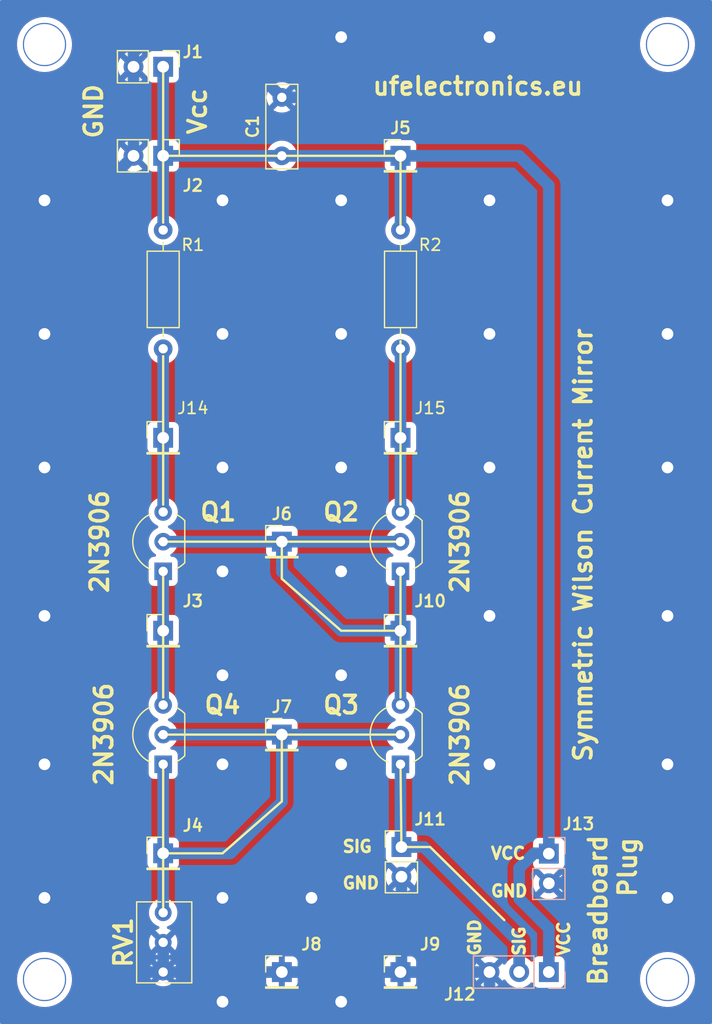
<source format=kicad_pcb>
(kicad_pcb (version 20241229) (generator "pcbnew") (generator_version "9.0")
  (layers (0 "F.Cu" signal) (2 "B.Cu" signal) (13 "F.Paste" user) (15 "B.Paste" user) (5 "F.SilkS" user "F.Silkscreen") (7 "B.SilkS" user "B.Silkscreen") (1 "F.Mask" user) (3 "B.Mask" user) (25 "Edge.Cuts" user))
  (net 0 "")
  (net 1 "Gnd")
  (net 2 "Net-(J4-Pin_1)")
  (net 3 "Net-(J3-Pin_1)")
  (net 4 "Net-(J10-Pin_1)")
  (net 5 "Vout")
  (net 6 "Net-(J1-Pin_1)")
  (net 7 "Net-(J14-Pin_1)")
  (net 8 "Net-(J15-Pin_1)")
  (footprint "Package_TO_SOT_THT:TO-92_Inline_Wide" (layer "F.Cu") (at 160.02 135.255 90)
    (property "Reference" "Q3" (at 5.08 -5.08 0) (layer "F.SilkS") (effects (font (size 1.5 1.5) (thickness 0.3))))
    (property "Value" "2N3906" (at 2.54 5.08 90) (layer "F.SilkS") (effects (font (size 1.5 1.5) (thickness 0.3))))
    (fp_line (start 0.74 1.85) (end 4.34 1.85) (stroke (width 0.12)) (layer "F.SilkS"))
    (fp_arc (start 2.54 -2.6) (mid 3.936979 -2.192818) (end 4.8964 -1.098807) (stroke (width 0.12)) (layer "F.SilkS"))
    (fp_arc (start 0.1836 -1.098807) (mid 1.143021 -2.192817) (end 2.54 -2.6) (stroke (width 0.12)) (layer "F.SilkS"))
    (fp_arc (start 4.864184 1.122795) (mid 4.633903 1.509328) (end 4.34 1.85) (stroke (width 0.12)) (layer "F.SilkS"))
    (fp_arc (start 0.74 1.85) (mid 0.446097 1.509328) (end 0.215816 1.122795) (stroke (width 0.12)) (layer "F.SilkS"))
    (pad "1" thru_hole rect (at 0 0 90) (size 1.5 1.5) (drill 0.8) (layers "*.Cu" "*.Mask") (net 5 "Vout"))
    (pad "2" thru_hole circle (at 2.54 0 90) (size 1.5 1.5) (drill 0.8) (layers "*.Cu" "*.Mask") (net 2 "Net-(J4-Pin_1)"))
    (pad "3" thru_hole circle (at 5.08 0 90) (size 1.5 1.5) (drill 0.8) (layers "*.Cu" "*.Mask") (net 4 "Net-(J10-Pin_1)"))
  )
  (footprint "MountingHole:MountingHole_3.5mm" (layer "F.Cu") (at 129.54 153.67)
    (property "Reference" "REF**" (hide yes))
    (property "Value" "MountingHole_3.5mm" (hide yes))
    (pad "" np_thru_hole circle (at 0 0) (size 3.5 3.5) (drill 3.5) (layers "*.Cu" "*.Mask"))
  )
  (footprint "Connector_PinHeader_2.54mm:PinHeader_1x02_P2.54mm_Vertical" (layer "F.Cu") (at 160.1 142.335)
    (property "Reference" "J11" (at 2.46 -2.38 0) (layer "F.SilkS") (effects (font (thickness 0.2) (bold yes))))
    (property "Value" "Conn_01x02_Pin" (hide yes))
    (fp_line (start -1.38 -1.38) (end 0 -1.38) (stroke (width 0.12)) (layer "F.SilkS"))
    (fp_line (start -1.38 0) (end -1.38 -1.38) (stroke (width 0.12)) (layer "F.SilkS"))
    (fp_line (start -1.38 1.27) (end -1.38 3.92) (stroke (width 0.12)) (layer "F.SilkS"))
    (fp_line (start -1.38 1.27) (end 1.38 1.27) (stroke (width 0.12)) (layer "F.SilkS"))
    (fp_line (start -1.38 3.92) (end 1.38 3.92) (stroke (width 0.12)) (layer "F.SilkS"))
    (fp_line (start 1.38 1.27) (end 1.38 3.92) (stroke (width 0.12)) (layer "F.SilkS"))
    (pad "1" thru_hole rect (at 0 0) (size 1.7 1.7) (drill 1) (layers "*.Cu" "*.Mask") (net 5 "Vout"))
    (pad "2" thru_hole circle (at 0 2.54) (size 1.7 1.7) (drill 1) (layers "*.Cu" "*.Mask") (net 1 "Gnd"))
  )
  (footprint "MountingHole:MountingHole_3.5mm" (layer "F.Cu") (at 129.54 73.66)
    (property "Reference" "REF**" (hide yes))
    (property "Value" "MountingHole_3.5mm" (hide yes))
    (pad "" np_thru_hole circle (at 0 0) (size 3.5 3.5) (drill 3.5) (layers "*.Cu" "*.Mask"))
  )
  (footprint "Resistor_THT:R_Axial_DIN0207_L6.3mm_D2.5mm_P10.16mm_Horizontal" (layer "F.Cu") (at 139.7 89.535 -90)
    (property "Reference" "R1" (at 1.27 -2.54 0) (layer "F.SilkS"))
    (property "Value" "18.2")
    (fp_line (start 1.04 0) (end 1.81 0) (stroke (width 0.12)) (layer "F.SilkS"))
    (fp_line (start 9.12 0) (end 8.35 0) (stroke (width 0.12)) (layer "F.SilkS"))
    (fp_rect (start 1.81 -1.37) (end 8.35 1.37) (stroke (width 0.12)) (fill no) (layer "F.SilkS"))
    (pad "1" thru_hole circle (at 0 0 270) (size 1.6 1.6) (drill 0.8) (layers "*.Cu" "*.Mask") (net 6 "Net-(J1-Pin_1)"))
    (pad "2" thru_hole circle (at 10.16 0 270) (size 1.6 1.6) (drill 0.8) (layers "*.Cu" "*.Mask") (net 7 "Net-(J14-Pin_1)"))
  )
  (footprint "Package_TO_SOT_THT:TO-92_Inline_Wide" (layer "F.Cu") (at 160.02 118.745 90)
    (property "Reference" "Q2" (at 5.08 -5.08 0) (layer "F.SilkS") (effects (font (size 1.5 1.5) (thickness 0.3))))
    (property "Value" "2N3906" (at 2.54 5.08 90) (layer "F.SilkS") (effects (font (size 1.5 1.5) (thickness 0.3) (bold yes))))
    (fp_line (start 0.74 1.85) (end 4.34 1.85) (stroke (width 0.12)) (layer "F.SilkS"))
    (fp_arc (start 2.54 -2.6) (mid 3.936979 -2.192818) (end 4.8964 -1.098807) (stroke (width 0.12)) (layer "F.SilkS"))
    (fp_arc (start 0.1836 -1.098807) (mid 1.143021 -2.192817) (end 2.54 -2.6) (stroke (width 0.12)) (layer "F.SilkS"))
    (fp_arc (start 4.864184 1.122795) (mid 4.633903 1.509328) (end 4.34 1.85) (stroke (width 0.12)) (layer "F.SilkS"))
    (fp_arc (start 0.74 1.85) (mid 0.446097 1.509328) (end 0.215816 1.122795) (stroke (width 0.12)) (layer "F.SilkS"))
    (pad "1" thru_hole rect (at 0 0 90) (size 1.5 1.5) (drill 0.8) (layers "*.Cu" "*.Mask") (net 4 "Net-(J10-Pin_1)"))
    (pad "2" thru_hole circle (at 2.54 0 90) (size 1.5 1.5) (drill 0.8) (layers "*.Cu" "*.Mask") (net 4 "Net-(J10-Pin_1)"))
    (pad "3" thru_hole circle (at 5.08 0 90) (size 1.5 1.5) (drill 0.8) (layers "*.Cu" "*.Mask") (net 8 "Net-(J15-Pin_1)"))
  )
  (footprint "Connector_PinHeader_2.54mm:PinHeader_1x01_P2.54mm_Vertical" (layer "F.Cu") (at 160.02 107.315)
    (property "Reference" "J15" (at 2.54 -2.54 0) (layer "F.SilkS"))
    (property "Value" "Conn_01x01_Pin" (hide yes))
    (fp_line (start -1.38 -1.38) (end 0 -1.38) (stroke (width 0.12)) (layer "F.SilkS"))
    (fp_line (start -1.38 0) (end -1.38 -1.38) (stroke (width 0.12)) (layer "F.SilkS"))
    (fp_line (start -1.38 1.27) (end -1.38 1.38) (stroke (width 0.12)) (layer "F.SilkS"))
    (fp_line (start -1.38 1.27) (end 1.38 1.27) (stroke (width 0.12)) (layer "F.SilkS"))
    (fp_line (start -1.38 1.38) (end 1.38 1.38) (stroke (width 0.12)) (layer "F.SilkS"))
    (fp_line (start 1.38 1.27) (end 1.38 1.38) (stroke (width 0.12)) (layer "F.SilkS"))
    (pad "1" thru_hole rect (at 0 0) (size 1.7 1.7) (drill 1) (layers "*.Cu" "*.Mask") (net 8 "Net-(J15-Pin_1)"))
  )
  (footprint "Capacitor_THT:C_Disc_D7.0mm_W2.5mm_P5.00mm" (layer "F.Cu") (at 149.86 83.185 90)
    (property "Reference" "C1" (at 2.5 -2.5 90) (layer "F.SilkS") (effects (font (thickness 0.2) (bold yes))))
    (property "Value" "1uF")
    (fp_line (start 6.12 -1.37) (end 6.12 1.37) (stroke (width 0.12)) (layer "F.SilkS"))
    (fp_line (start -1.12 -1.37) (end 6.12 -1.37) (stroke (width 0.12)) (layer "F.SilkS"))
    (fp_line (start 6.12 1.37) (end -1.12 1.37) (stroke (width 0.12)) (layer "F.SilkS"))
    (fp_line (start -1.12 1.37) (end -1.12 -1.37) (stroke (width 0.12)) (layer "F.SilkS"))
    (pad "1" thru_hole circle (at 0 0 90) (size 1.6 1.6) (drill 0.8) (layers "*.Cu" "*.Mask") (net 6 "Net-(J1-Pin_1)"))
    (pad "2" thru_hole circle (at 5 0 90) (size 1.6 1.6) (drill 0.8) (layers "*.Cu" "*.Mask") (net 1 "Gnd"))
  )
  (footprint "Potentiometer_THT:Potentiometer_Bourns_3266Y_Vertical" (layer "F.Cu") (at 139.7 147.955 90)
    (property "Reference" "RV1" (at -2.54 -3.41 90) (layer "F.SilkS") (effects (font (size 1.5 1.5) (thickness 0.3) (bold yes))))
    (property "Value" "10k")
    (fp_line (start 0.925 -2.27) (end 0.925 -0.217) (stroke (width 0.12)) (layer "F.SilkS"))
    (fp_line (start -6.005 -2.27) (end 0.925 -2.27) (stroke (width 0.12)) (layer "F.SilkS"))
    (fp_line (start -6.005 -0.217) (end -6.005 -2.27) (stroke (width 0.12)) (layer "F.SilkS"))
    (fp_line (start 0.925 0.217) (end 0.925 2.45) (stroke (width 0.12)) (layer "F.SilkS"))
    (fp_line (start 0.925 2.45) (end -6.005 2.45) (stroke (width 0.12)) (layer "F.SilkS"))
    (fp_line (start -6.005 2.45) (end -6.005 0.217) (stroke (width 0.12)) (layer "F.SilkS"))
    (pad "1" thru_hole circle (at 0 0 90) (size 1.44 1.44) (drill 0.8) (layers "*.Cu" "*.Mask") (net 2 "Net-(J4-Pin_1)"))
    (pad "2" thru_hole circle (at -2.54 0 90) (size 1.44 1.44) (drill 0.8) (layers "*.Cu" "*.Mask") (net 1 "Gnd"))
    (pad "3" thru_hole circle (at -5.08 0 90) (size 1.44 1.44) (drill 0.8) (layers "*.Cu" "*.Mask") (net 1 "Gnd"))
  )
  (footprint "Connector_PinHeader_2.54mm:PinHeader_1x01_P2.54mm_Vertical" (layer "F.Cu") (at 139.7 107.315)
    (property "Reference" "J14" (at 2.54 -2.54 0) (layer "F.SilkS"))
    (property "Value" "Conn_01x01_Pin" (hide yes))
    (fp_line (start -1.38 -1.38) (end 0 -1.38) (stroke (width 0.12)) (layer "F.SilkS"))
    (fp_line (start -1.38 0) (end -1.38 -1.38) (stroke (width 0.12)) (layer "F.SilkS"))
    (fp_line (start -1.38 1.27) (end -1.38 1.38) (stroke (width 0.12)) (layer "F.SilkS"))
    (fp_line (start -1.38 1.27) (end 1.38 1.27) (stroke (width 0.12)) (layer "F.SilkS"))
    (fp_line (start -1.38 1.38) (end 1.38 1.38) (stroke (width 0.12)) (layer "F.SilkS"))
    (fp_line (start 1.38 1.27) (end 1.38 1.38) (stroke (width 0.12)) (layer "F.SilkS"))
    (pad "1" thru_hole rect (at 0 0) (size 1.7 1.7) (drill 1) (layers "*.Cu" "*.Mask") (net 7 "Net-(J14-Pin_1)"))
  )
  (footprint "Connector_PinHeader_2.54mm:PinHeader_1x01_P2.54mm_Vertical" (layer "F.Cu") (at 160.02 83.185)
    (property "Reference" "J5" (at 0 -2.38 0) (layer "F.SilkS") (effects (font (thickness 0.2) (bold yes))))
    (property "Value" "Conn_01x01_Pin" (hide yes))
    (fp_line (start -1.38 -1.38) (end 0 -1.38) (stroke (width 0.12)) (layer "F.SilkS"))
    (fp_line (start -1.38 0) (end -1.38 -1.38) (stroke (width 0.12)) (layer "F.SilkS"))
    (fp_line (start -1.38 1.27) (end -1.38 1.38) (stroke (width 0.12)) (layer "F.SilkS"))
    (fp_line (start -1.38 1.27) (end 1.38 1.27) (stroke (width 0.12)) (layer "F.SilkS"))
    (fp_line (start -1.38 1.38) (end 1.38 1.38) (stroke (width 0.12)) (layer "F.SilkS"))
    (fp_line (start 1.38 1.27) (end 1.38 1.38) (stroke (width 0.12)) (layer "F.SilkS"))
    (pad "1" thru_hole rect (at 0 0) (size 1.7 1.7) (drill 1) (layers "*.Cu" "*.Mask") (net 6 "Net-(J1-Pin_1)"))
  )
  (footprint "Package_TO_SOT_THT:TO-92_Inline_Wide" (layer "F.Cu") (at 139.7 118.745 90)
    (property "Reference" "Q1" (at 5.08 4.715 0) (layer "F.SilkS") (effects (font (size 1.5 1.5) (thickness 0.3))))
    (property "Value" "2N3906" (at 2.54 -5.445 90) (layer "F.SilkS") (effects (font (size 1.5 1.5) (thickness 0.3))))
    (fp_line (start 0.74 1.85) (end 4.34 1.85) (stroke (width 0.12)) (layer "F.SilkS"))
    (fp_arc (start 2.54 -2.6) (mid 3.936979 -2.192818) (end 4.8964 -1.098807) (stroke (width 0.12)) (layer "F.SilkS"))
    (fp_arc (start 0.1836 -1.098807) (mid 1.143021 -2.192817) (end 2.54 -2.6) (stroke (width 0.12)) (layer "F.SilkS"))
    (fp_arc (start 4.864184 1.122795) (mid 4.633903 1.509328) (end 4.34 1.85) (stroke (width 0.12)) (layer "F.SilkS"))
    (fp_arc (start 0.74 1.85) (mid 0.446097 1.509328) (end 0.215816 1.122795) (stroke (width 0.12)) (layer "F.SilkS"))
    (pad "1" thru_hole rect (at 0 0 90) (size 1.5 1.5) (drill 0.8) (layers "*.Cu" "*.Mask") (net 3 "Net-(J3-Pin_1)"))
    (pad "2" thru_hole circle (at 2.54 0 90) (size 1.5 1.5) (drill 0.8) (layers "*.Cu" "*.Mask") (net 4 "Net-(J10-Pin_1)"))
    (pad "3" thru_hole circle (at 5.08 0 90) (size 1.5 1.5) (drill 0.8) (layers "*.Cu" "*.Mask") (net 7 "Net-(J14-Pin_1)"))
  )
  (footprint "MountingHole:MountingHole_3.5mm" (layer "F.Cu") (at 182.88 153.67)
    (property "Reference" "REF**" (hide yes))
    (property "Value" "MountingHole_3.5mm" (hide yes))
    (pad "" np_thru_hole circle (at 0 0) (size 3.5 3.5) (drill 3.5) (layers "*.Cu" "*.Mask"))
  )
  (footprint "Connector_PinHeader_2.54mm:PinHeader_1x01_P2.54mm_Vertical" (layer "F.Cu") (at 160.02 123.825)
    (property "Reference" "J10" (at 2.54 -2.54 0) (layer "F.SilkS") (effects (font (thickness 0.2) (bold yes))))
    (property "Value" "Conn_01x01_Pin" (hide yes))
    (fp_line (start -1.38 -1.38) (end 0 -1.38) (stroke (width 0.12)) (layer "F.SilkS"))
    (fp_line (start -1.38 0) (end -1.38 -1.38) (stroke (width 0.12)) (layer "F.SilkS"))
    (fp_line (start -1.38 1.27) (end -1.38 1.38) (stroke (width 0.12)) (layer "F.SilkS"))
    (fp_line (start -1.38 1.27) (end 1.38 1.27) (stroke (width 0.12)) (layer "F.SilkS"))
    (fp_line (start -1.38 1.38) (end 1.38 1.38) (stroke (width 0.12)) (layer "F.SilkS"))
    (fp_line (start 1.38 1.27) (end 1.38 1.38) (stroke (width 0.12)) (layer "F.SilkS"))
    (pad "1" thru_hole rect (at 0 0) (size 1.7 1.7) (drill 1) (layers "*.Cu" "*.Mask") (net 4 "Net-(J10-Pin_1)"))
  )
  (footprint "Connector_PinHeader_2.54mm:PinHeader_1x01_P2.54mm_Vertical" (layer "F.Cu") (at 149.86 153.035)
    (property "Reference" "J8" (at 2.54 -2.38 0) (layer "F.SilkS") (effects (font (thickness 0.2) (bold yes))))
    (property "Value" "Conn_01x01_Pin" (hide yes))
    (fp_line (start -1.38 -1.38) (end 0 -1.38) (stroke (width 0.12)) (layer "F.SilkS"))
    (fp_line (start -1.38 0) (end -1.38 -1.38) (stroke (width 0.12)) (layer "F.SilkS"))
    (fp_line (start -1.38 1.27) (end -1.38 1.38) (stroke (width 0.12)) (layer "F.SilkS"))
    (fp_line (start -1.38 1.27) (end 1.38 1.27) (stroke (width 0.12)) (layer "F.SilkS"))
    (fp_line (start -1.38 1.38) (end 1.38 1.38) (stroke (width 0.12)) (layer "F.SilkS"))
    (fp_line (start 1.38 1.27) (end 1.38 1.38) (stroke (width 0.12)) (layer "F.SilkS"))
    (pad "1" thru_hole rect (at 0 0) (size 1.7 1.7) (drill 1) (layers "*.Cu" "*.Mask") (net 1 "Gnd"))
  )
  (footprint "Connector_PinHeader_2.54mm:PinHeader_1x01_P2.54mm_Vertical" (layer "F.Cu") (at 149.86 116.205)
    (property "Reference" "J6" (at 0 -2.38 0) (layer "F.SilkS") (effects (font (thickness 0.2) (bold yes))))
    (property "Value" "Conn_01x01_Pin" (hide yes))
    (fp_line (start -1.38 -1.38) (end 0 -1.38) (stroke (width 0.12)) (layer "F.SilkS"))
    (fp_line (start -1.38 0) (end -1.38 -1.38) (stroke (width 0.12)) (layer "F.SilkS"))
    (fp_line (start -1.38 1.27) (end -1.38 1.38) (stroke (width 0.12)) (layer "F.SilkS"))
    (fp_line (start -1.38 1.27) (end 1.38 1.27) (stroke (width 0.12)) (layer "F.SilkS"))
    (fp_line (start -1.38 1.38) (end 1.38 1.38) (stroke (width 0.12)) (layer "F.SilkS"))
    (fp_line (start 1.38 1.27) (end 1.38 1.38) (stroke (width 0.12)) (layer "F.SilkS"))
    (pad "1" thru_hole rect (at 0 0) (size 1.7 1.7) (drill 1) (layers "*.Cu" "*.Mask") (net 4 "Net-(J10-Pin_1)"))
  )
  (footprint "Connector_PinHeader_2.54mm:PinHeader_1x01_P2.54mm_Vertical" (layer "F.Cu") (at 139.7 123.825)
    (property "Reference" "J3" (at 2.54 -2.54 0) (layer "F.SilkS") (effects (font (thickness 0.2) (bold yes))))
    (property "Value" "Conn_01x01_Pin" (hide yes))
    (fp_line (start -1.38 -1.38) (end 0 -1.38) (stroke (width 0.12)) (layer "F.SilkS"))
    (fp_line (start -1.38 0) (end -1.38 -1.38) (stroke (width 0.12)) (layer "F.SilkS"))
    (fp_line (start -1.38 1.27) (end -1.38 1.38) (stroke (width 0.12)) (layer "F.SilkS"))
    (fp_line (start -1.38 1.27) (end 1.38 1.27) (stroke (width 0.12)) (layer "F.SilkS"))
    (fp_line (start -1.38 1.38) (end 1.38 1.38) (stroke (width 0.12)) (layer "F.SilkS"))
    (fp_line (start 1.38 1.27) (end 1.38 1.38) (stroke (width 0.12)) (layer "F.SilkS"))
    (pad "1" thru_hole rect (at 0 0) (size 1.7 1.7) (drill 1) (layers "*.Cu" "*.Mask") (net 3 "Net-(J3-Pin_1)"))
  )
  (footprint "Connector_PinHeader_2.54mm:PinHeader_1x01_P2.54mm_Vertical" (layer "F.Cu") (at 139.7 142.875)
    (property "Reference" "J4" (at 2.54 -2.38 0) (layer "F.SilkS") (effects (font (thickness 0.2) (bold yes))))
    (property "Value" "Conn_01x01_Pin" (hide yes))
    (fp_line (start -1.38 -1.38) (end 0 -1.38) (stroke (width 0.12)) (layer "F.SilkS"))
    (fp_line (start -1.38 0) (end -1.38 -1.38) (stroke (width 0.12)) (layer "F.SilkS"))
    (fp_line (start -1.38 1.27) (end -1.38 1.38) (stroke (width 0.12)) (layer "F.SilkS"))
    (fp_line (start -1.38 1.27) (end 1.38 1.27) (stroke (width 0.12)) (layer "F.SilkS"))
    (fp_line (start -1.38 1.38) (end 1.38 1.38) (stroke (width 0.12)) (layer "F.SilkS"))
    (fp_line (start 1.38 1.27) (end 1.38 1.38) (stroke (width 0.12)) (layer "F.SilkS"))
    (pad "1" thru_hole rect (at 0 0) (size 1.7 1.7) (drill 1) (layers "*.Cu" "*.Mask") (net 2 "Net-(J4-Pin_1)"))
  )
  (footprint "Resistor_THT:R_Axial_DIN0207_L6.3mm_D2.5mm_P10.16mm_Horizontal" (layer "F.Cu") (at 160.02 89.535 -90)
    (property "Reference" "R2" (at 1.27 -2.54 0) (layer "F.SilkS"))
    (property "Value" "18.2")
    (fp_line (start 1.04 0) (end 1.81 0) (stroke (width 0.12)) (layer "F.SilkS"))
    (fp_line (start 9.12 0) (end 8.35 0) (stroke (width 0.12)) (layer "F.SilkS"))
    (fp_rect (start 1.81 -1.37) (end 8.35 1.37) (stroke (width 0.12)) (fill no) (layer "F.SilkS"))
    (pad "1" thru_hole circle (at 0 0 270) (size 1.6 1.6) (drill 0.8) (layers "*.Cu" "*.Mask") (net 6 "Net-(J1-Pin_1)"))
    (pad "2" thru_hole circle (at 10.16 0 270) (size 1.6 1.6) (drill 0.8) (layers "*.Cu" "*.Mask") (net 8 "Net-(J15-Pin_1)"))
  )
  (footprint "MountingHole:MountingHole_3.5mm" (layer "F.Cu") (at 182.88 73.66)
    (property "Reference" "REF**" (hide yes))
    (property "Value" "MountingHole_3.5mm" (hide yes))
    (pad "" np_thru_hole circle (at 0 0) (size 3.5 3.5) (drill 3.5) (layers "*.Cu" "*.Mask"))
  )
  (footprint "Connector_PinHeader_2.54mm:PinHeader_1x01_P2.54mm_Vertical" (layer "F.Cu") (at 160.02 153.035)
    (property "Reference" "J9" (at 2.54 -2.38 0) (layer "F.SilkS") (effects (font (thickness 0.2) (bold yes))))
    (property "Value" "Conn_01x01_Pin" (hide yes))
    (fp_line (start -1.38 -1.38) (end 0 -1.38) (stroke (width 0.12)) (layer "F.SilkS"))
    (fp_line (start -1.38 0) (end -1.38 -1.38) (stroke (width 0.12)) (layer "F.SilkS"))
    (fp_line (start -1.38 1.27) (end -1.38 1.38) (stroke (width 0.12)) (layer "F.SilkS"))
    (fp_line (start -1.38 1.27) (end 1.38 1.27) (stroke (width 0.12)) (layer "F.SilkS"))
    (fp_line (start -1.38 1.38) (end 1.38 1.38) (stroke (width 0.12)) (layer "F.SilkS"))
    (fp_line (start 1.38 1.27) (end 1.38 1.38) (stroke (width 0.12)) (layer "F.SilkS"))
    (pad "1" thru_hole rect (at 0 0) (size 1.7 1.7) (drill 1) (layers "*.Cu" "*.Mask") (net 1 "Gnd"))
  )
  (footprint "Package_TO_SOT_THT:TO-92_Inline_Wide" (layer "F.Cu") (at 139.7 135.255 90)
    (property "Reference" "Q4" (at 5.08 5.08 0) (layer "F.SilkS") (effects (font (size 1.5 1.5) (thickness 0.3))))
    (property "Value" "2N3906" (at 2.575 -5.08 90) (layer "F.SilkS") (effects (font (size 1.5 1.5) (thickness 0.3))))
    (fp_line (start 0.74 1.85) (end 4.34 1.85) (stroke (width 0.12)) (layer "F.SilkS"))
    (fp_arc (start 2.54 -2.6) (mid 3.936979 -2.192818) (end 4.8964 -1.098807) (stroke (width 0.12)) (layer "F.SilkS"))
    (fp_arc (start 0.1836 -1.098807) (mid 1.143021 -2.192817) (end 2.54 -2.6) (stroke (width 0.12)) (layer "F.SilkS"))
    (fp_arc (start 4.864184 1.122795) (mid 4.633903 1.509328) (end 4.34 1.85) (stroke (width 0.12)) (layer "F.SilkS"))
    (fp_arc (start 0.74 1.85) (mid 0.446097 1.509328) (end 0.215816 1.122795) (stroke (width 0.12)) (layer "F.SilkS"))
    (pad "1" thru_hole rect (at 0 0 90) (size 1.5 1.5) (drill 0.8) (layers "*.Cu" "*.Mask") (net 2 "Net-(J4-Pin_1)"))
    (pad "2" thru_hole circle (at 2.54 0 90) (size 1.5 1.5) (drill 0.8) (layers "*.Cu" "*.Mask") (net 2 "Net-(J4-Pin_1)"))
    (pad "3" thru_hole circle (at 5.08 0 90) (size 1.5 1.5) (drill 0.8) (layers "*.Cu" "*.Mask") (net 3 "Net-(J3-Pin_1)"))
  )
  (footprint "Connector_PinHeader_2.54mm:PinHeader_1x01_P2.54mm_Vertical" (layer "F.Cu") (at 149.86 132.715)
    (property "Reference" "J7" (at 0 -2.38 0) (layer "F.SilkS") (effects (font (thickness 0.2) (bold yes))))
    (property "Value" "Conn_01x01_Pin" (hide yes))
    (fp_line (start -1.38 -1.38) (end 0 -1.38) (stroke (width 0.12)) (layer "F.SilkS"))
    (fp_line (start -1.38 0) (end -1.38 -1.38) (stroke (width 0.12)) (layer "F.SilkS"))
    (fp_line (start -1.38 1.27) (end -1.38 1.38) (stroke (width 0.12)) (layer "F.SilkS"))
    (fp_line (start -1.38 1.27) (end 1.38 1.27) (stroke (width 0.12)) (layer "F.SilkS"))
    (fp_line (start -1.38 1.38) (end 1.38 1.38) (stroke (width 0.12)) (layer "F.SilkS"))
    (fp_line (start 1.38 1.27) (end 1.38 1.38) (stroke (width 0.12)) (layer "F.SilkS"))
    (pad "1" thru_hole rect (at 0 0) (size 1.7 1.7) (drill 1) (layers "*.Cu" "*.Mask") (net 2 "Net-(J4-Pin_1)"))
  )
  (footprint "Connector_PinHeader_2.54mm:PinHeader_1x02_P2.54mm_Vertical" (layer "F.Cu") (at 139.7 75.565 -90)
    (property "Reference" "J1" (at -1.27 -2.54 0) (layer "F.SilkS") (effects (font (thickness 0.2) (bold yes))))
    (property "Value" "Conn_01x02_Pin" (hide yes))
    (fp_line (start -1.38 3.92) (end 1.38 3.92) (stroke (width 0.12)) (layer "F.SilkS"))
    (fp_line (start -1.38 1.27) (end -1.38 3.92) (stroke (width 0.12)) (layer "F.SilkS"))
    (fp_line (start -1.38 1.27) (end 1.38 1.27) (stroke (width 0.12)) (layer "F.SilkS"))
    (fp_line (start 1.38 1.27) (end 1.38 3.92) (stroke (width 0.12)) (layer "F.SilkS"))
    (fp_line (start -1.38 0) (end -1.38 -1.38) (stroke (width 0.12)) (layer "F.SilkS"))
    (fp_line (start -1.38 -1.38) (end 0 -1.38) (stroke (width 0.12)) (layer "F.SilkS"))
    (pad "1" thru_hole rect (at 0 0 270) (size 1.7 1.7) (drill 1) (layers "*.Cu" "*.Mask") (net 6 "Net-(J1-Pin_1)"))
    (pad "2" thru_hole circle (at 0 2.54 270) (size 1.7 1.7) (drill 1) (layers "*.Cu" "*.Mask") (net 1 "Gnd"))
  )
  (footprint "Connector_PinHeader_2.54mm:PinHeader_1x02_P2.54mm_Vertical" (layer "F.Cu") (at 139.7 83.185 -90)
    (property "Reference" "J2" (at 2.54 -2.54 0) (layer "F.SilkS") (effects (font (thickness 0.2) (bold yes))))
    (property "Value" "Conn_01x02_Pin" (hide yes))
    (fp_line (start -1.38 3.92) (end 1.38 3.92) (stroke (width 0.12)) (layer "F.SilkS"))
    (fp_line (start -1.38 1.27) (end -1.38 3.92) (stroke (width 0.12)) (layer "F.SilkS"))
    (fp_line (start -1.38 1.27) (end 1.38 1.27) (stroke (width 0.12)) (layer "F.SilkS"))
    (fp_line (start 1.38 1.27) (end 1.38 3.92) (stroke (width 0.12)) (layer "F.SilkS"))
    (fp_line (start -1.38 0) (end -1.38 -1.38) (stroke (width 0.12)) (layer "F.SilkS"))
    (fp_line (start -1.38 -1.38) (end 0 -1.38) (stroke (width 0.12)) (layer "F.SilkS"))
    (pad "1" thru_hole rect (at 0 0 270) (size 1.7 1.7) (drill 1) (layers "*.Cu" "*.Mask") (net 6 "Net-(J1-Pin_1)"))
    (pad "2" thru_hole circle (at 0 2.54 270) (size 1.7 1.7) (drill 1) (layers "*.Cu" "*.Mask") (net 1 "Gnd"))
  )
  (footprint "Connector_PinHeader_2.54mm:PinHeader_1x03_P2.54mm_Vertical" (layer "B.Cu") (at 172.72 153.035 90)
    (property "Reference" "J12" (at -1.905 -7.62 180) (layer "F.SilkS") (effects (font (thickness 0.2) (bold yes))))
    (property "Value" "Conn_01x03_Pin" (hide yes))
    (fp_line (start -1.38 -6.46) (end 1.38 -6.46) (stroke (width 0.12)) (layer "B.SilkS"))
    (fp_line (start 1.38 -1.27) (end 1.38 -6.46) (stroke (width 0.12)) (layer "B.SilkS"))
    (fp_line (start -1.38 -1.27) (end -1.38 -6.46) (stroke (width 0.12)) (layer "B.SilkS"))
    (fp_line (start -1.38 -1.27) (end 1.38 -1.27) (stroke (width 0.12)) (layer "B.SilkS"))
    (fp_line (start -1.38 0) (end -1.38 1.38) (stroke (width 0.12)) (layer "B.SilkS"))
    (fp_line (start -1.38 1.38) (end 0 1.38) (stroke (width 0.12)) (layer "B.SilkS"))
    (pad "1" thru_hole rect (at 0 0 90) (size 1.7 1.7) (drill 1) (layers "*.Cu" "*.Mask") (net 6 "Net-(J1-Pin_1)"))
    (pad "2" thru_hole circle (at 0 -2.54 90) (size 1.7 1.7) (drill 1) (layers "*.Cu" "*.Mask") (net 5 "Vout"))
    (pad "3" thru_hole circle (at 0 -5.08 90) (size 1.7 1.7) (drill 1) (layers "*.Cu" "*.Mask") (net 1 "Gnd"))
  )
  (footprint "Connector_PinHeader_2.54mm:PinHeader_1x02_P2.54mm_Vertical" (layer "B.Cu") (at 172.72 142.9 180)
    (property "Reference" "J13" (at -2.54 2.54 0) (layer "F.SilkS") (effects (font (thickness 0.2) (bold yes))))
    (property "Value" "Conn_01x02_Pin" (hide yes))
    (fp_line (start 1.38 -1.27) (end 1.38 -3.92) (stroke (width 0.12)) (layer "B.SilkS"))
    (fp_line (start -1.38 1.38) (end 0 1.38) (stroke (width 0.12)) (layer "B.SilkS"))
    (fp_line (start -1.38 0) (end -1.38 1.38) (stroke (width 0.12)) (layer "B.SilkS"))
    (fp_line (start -1.38 -1.27) (end 1.38 -1.27) (stroke (width 0.12)) (layer "B.SilkS"))
    (fp_line (start -1.38 -1.27) (end -1.38 -3.92) (stroke (width 0.12)) (layer "B.SilkS"))
    (fp_line (start -1.38 -3.92) (end 1.38 -3.92) (stroke (width 0.12)) (layer "B.SilkS"))
    (pad "1" thru_hole rect (at 0 0 180) (size 1.7 1.7) (drill 1) (layers "*.Cu" "*.Mask") (net 6 "Net-(J1-Pin_1)"))
    (pad "2" thru_hole circle (at 0 -2.54 180) (size 1.7 1.7) (drill 1) (layers "*.Cu" "*.Mask") (net 1 "Gnd"))
  )
  (gr_circle (center 182.88 153.67) (end 184.63 153.67) (stroke (width 0.2)) (fill no) (layer "F.Cu"))
  (gr_line (start 149.86 153.035) (end 160.02 153.035) (stroke (width 0.2)) (layer "F.Cu") (net 1))
  (gr_line (start 139.7 153.035) (end 139.79 150.495) (stroke (width 0.2)) (layer "F.Cu") (net 1))
  (gr_line (start 149.86 153.035) (end 139.7 153.035) (stroke (width 0.2)) (layer "F.Cu") (net 1))
  (gr_line (start 137.16 83.82) (end 137.16 74.93) (stroke (width 0.2)) (layer "F.Cu") (net 1))
  (gr_circle (center 129.54 73.66) (end 131.29 73.66) (stroke (width 0.2)) (fill no) (layer "F.Cu"))
  (gr_circle (center 129.54 153.67) (end 131.29 153.67) (stroke (width 0.2)) (fill no) (layer "F.Cu"))
  (gr_line (start 160.02 153.035) (end 167.64 153.035) (stroke (width 0.2)) (layer "F.Cu") (net 1))
  (gr_circle (center 182.88 73.66) (end 184.63 73.66) (stroke (width 0.2)) (fill no) (layer "F.Cu"))
  (gr_line (start 160.06 144.78) (end 160.06 152.4) (stroke (width 0.2)) (layer "F.Cu") (net 1))
  (gr_circle (center 182.88 73.66) (end 184.63 73.66) (stroke (width 0.2)) (fill no) (layer "B.Cu"))
  (gr_circle (center 182.88 153.67) (end 184.63 153.67) (stroke (width 0.2)) (fill no) (layer "B.Cu"))
  (gr_circle (center 129.54 153.67) (end 131.29 153.67) (stroke (width 0.2)) (fill no) (layer "B.Cu"))
  (gr_circle (center 129.54 73.66) (end 131.29 73.66) (stroke (width 0.2)) (fill no) (layer "B.Cu"))
  (gr_line (start 139.7 142.875) (end 139.7 135.255) (stroke (width 0.2)) (layer "F.SilkS"))
  (gr_line (start 139.7 142.875) (end 144.78 142.875) (stroke (width 0.2)) (layer "F.SilkS"))
  (gr_line (start 160.02 83.185) (end 160.02 89.535) (stroke (width 0.2)) (layer "F.SilkS"))
  (gr_line (start 160.1 142.335) (end 162.56 142.335) (stroke (width 0.2)) (layer "F.SilkS"))
  (gr_line (start 162.56 142.335) (end 168.91 148.59) (stroke (width 0.2)) (layer "F.SilkS"))
  (gr_line (start 160.02 107.315) (end 160.02 113.03) (stroke (width 0.2)) (layer "F.SilkS"))
  (gr_line (start 139.7 123.825) (end 139.7 118.745) (stroke (width 0.2)) (layer "F.SilkS"))
  (gr_line (start 149.86 116.205) (end 149.86 119.38) (stroke (width 0.2)) (layer "F.SilkS"))
  (gr_line (start 139.7 83.185) (end 139.7 75.565) (stroke (width 0.2)) (layer "F.SilkS"))
  (gr_line (start 149.86 116.205) (end 159.66 116.205) (stroke (width 0.2)) (layer "F.SilkS"))
  (gr_line (start 160.02 129.54) (end 160.02 123.825) (stroke (width 0.2)) (layer "F.SilkS"))
  (gr_line (start 139.34 116.205) (end 149.86 116.205) (stroke (width 0.2)) (layer "F.SilkS"))
  (gr_line (start 149.86 132.715) (end 159.66 132.715) (stroke (width 0.2)) (layer "F.SilkS"))
  (gr_line (start 160.02 99.06) (end 160.02 107.315) (stroke (width 0.2)) (layer "F.SilkS"))
  (gr_line (start 160.02 118.745) (end 160.02 123.825) (stroke (width 0.2)) (layer "F.SilkS"))
  (gr_line (start 139.7 83.185) (end 139.7 88.9) (stroke (width 0.2)) (layer "F.SilkS"))
  (gr_line (start 139.7 113.03) (end 139.7 107.315) (stroke (width 0.2)) (layer "F.SilkS"))
  (gr_line (start 139.7 147.955) (end 139.7 142.875) (stroke (width 0.2)) (layer "F.SilkS"))
  (gr_line (start 149.86 119.38) (end 154.94 123.825) (stroke (width 0.2)) (layer "F.SilkS"))
  (gr_line (start 139.7 123.825) (end 139.7 129.54) (stroke (width 0.2)) (layer "F.SilkS"))
  (gr_line (start 160.1 142.335) (end 160.02 135.255) (stroke (width 0.2)) (layer "F.SilkS"))
  (gr_line (start 139.34 132.715) (end 149.86 132.715) (stroke (width 0.2)) (layer "F.SilkS"))
  (gr_line (start 139.7 100.33) (end 139.7 107.315) (stroke (width 0.2)) (layer "F.SilkS"))
  (gr_line (start 160.02 123.825) (end 154.94 123.825) (stroke (width 0.2)) (layer "F.SilkS"))
  (gr_line (start 149.86 138.43) (end 149.86 132.715) (stroke (width 0.2)) (layer "F.SilkS"))
  (gr_line (start 160.02 83.185) (end 149.86 83.185) (stroke (width 0.2)) (layer "F.SilkS"))
  (gr_line (start 144.78 142.875) (end 149.86 138.43) (stroke (width 0.2)) (layer "F.SilkS"))
  (gr_line (start 149.86 83.185) (end 139.7 83.185) (stroke (width 0.2)) (layer "F.SilkS"))
  (gr_text "GND" (at 154.94 145.415 0) (layer "F.SilkS") (effects (font (size 1 1) (thickness 0.25) (bold yes)) (justify left)))
  (gr_text "GND" (at 167.64 146.685 0) (layer "F.SilkS") (effects (font (size 1 1) (thickness 0.25) (bold yes)) (justify left bottom)))
  (gr_text "Vcc" (at 143.51 79.375 90) (layer "F.SilkS") (effects (font (size 1.5 1.5) (thickness 0.3) (bold yes)) (justify bottom)))
  (gr_text "ufelectronics.eu" (at 157.48 78.105 0) (layer "F.SilkS") (effects (font (size 1.5 1.5) (thickness 0.3) (bold yes)) (justify left bottom)))
  (gr_text "SIG" (at 154.94 142.875 0) (layer "F.SilkS") (effects (font (size 1 1) (thickness 0.25) (bold yes)) (justify left bottom)))
  (gr_text "SIG" (at 170.18 151.765 90) (layer "F.SilkS") (effects (font (size 1 1) (thickness 0.25) (bold yes)) (justify left)))
  (gr_text "Breadboard" (at 177.8 154.335 90) (layer "F.SilkS") (effects (font (size 1.5 1.5) (thickness 0.3) (bold yes)) (justify left bottom)))
  (gr_text "GND" (at 134.62 79.375 90) (layer "F.SilkS") (effects (font (size 1.5 1.5) (thickness 0.3) (bold yes)) (justify bottom)))
  (gr_text "Symmetric Wilson Current Mirror" (at 176.53 97.79 90) (layer "F.SilkS") (effects (font (size 1.5 1.5) (thickness 0.3) (bold yes)) (justify right bottom)))
  (gr_text "Plug" (at 180.34 146.754 90) (layer "F.SilkS") (effects (font (size 1.5 1.5) (thickness 0.3) (bold yes)) (justify left bottom)))
  (gr_text "VCC" (at 173.99 151.765 90) (layer "F.SilkS") (effects (font (size 1 1) (thickness 0.25) (bold yes)) (justify left)))
  (gr_text "VCC" (at 167.64 142.875 0) (layer "F.SilkS") (effects (font (size 1 1) (thickness 0.25) (bold yes)) (justify left)))
  (gr_text "GND" (at 166.37 151.765 90) (layer "F.SilkS") (effects (font (size 1 1) (thickness 0.25) (bold yes)) (justify left)))
  (segment (start 160.1 152.955) (end 160.02 153.035) (width 1) (layer "F.Cu") (net 1))
  (via (at 154.94 118.745) (size 1.3) (drill 1) (layers "F.Cu" "B.Cu") (net 1))
  (via (at 154.94 86.995) (size 1.3) (drill 1) (layers "F.Cu" "B.Cu") (net 1))
  (via (at 167.64 73.025) (size 1.3) (drill 1) (layers "F.Cu" "B.Cu") (net 1))
  (via (at 182.88 135.255) (size 1.3) (drill 1) (layers "F.Cu" "B.Cu") (net 1))
  (via (at 167.64 109.855) (size 1.3) (drill 1) (layers "F.Cu" "B.Cu") (net 1))
  (via (at 182.88 109.855) (size 1.3) (drill 1) (layers "F.Cu" "B.Cu") (net 1))
  (via (at 154.94 127.635) (size 1.3) (drill 1) (layers "F.Cu" "B.Cu") (net 1))
  (via (at 182.88 146.685) (size 1.3) (drill 1) (layers "F.Cu" "B.Cu") (net 1))
  (via (at 154.94 98.425) (size 1.3) (drill 1) (layers "F.Cu" "B.Cu") (net 1))
  (via (at 129.54 86.995) (size 1.3) (drill 1) (layers "F.Cu" "B.Cu") (net 1))
  (via (at 167.64 135.255) (size 1.3) (drill 1) (layers "F.Cu" "B.Cu") (net 1))
  (via (at 167.64 86.995) (size 1.3) (drill 1) (layers "F.Cu" "B.Cu") (net 1))
  (via (at 144.78 98.425) (size 1.3) (drill 1) (layers "F.Cu" "B.Cu") (net 1))
  (via (at 144.78 155.575) (size 1.3) (drill 1) (layers "F.Cu" "B.Cu") (net 1))
  (via (at 152.4 146.685) (size 1.3) (drill 1) (layers "F.Cu" "B.Cu") (net 1))
  (via (at 154.94 135.255) (size 1.3) (drill 1) (layers "F.Cu" "B.Cu") (net 1))
  (via (at 182.88 86.995) (size 1.3) (drill 1) (layers "F.Cu" "B.Cu") (net 1))
  (via (at 167.64 98.425) (size 1.3) (drill 1) (layers "F.Cu" "B.Cu") (net 1))
  (via (at 144.78 135.255) (size 1.3) (drill 1) (layers "F.Cu" "B.Cu") (net 1))
  (via (at 144.78 86.995) (size 1.3) (drill 1) (layers "F.Cu" "B.Cu") (net 1))
  (via (at 144.78 127.635) (size 1.3) (drill 1) (layers "F.Cu" "B.Cu") (net 1))
  (via (at 144.78 118.745) (size 1.3) (drill 1) (layers "F.Cu" "B.Cu") (net 1))
  (via (at 144.78 146.685) (size 1.3) (drill 1) (layers "F.Cu" "B.Cu") (net 1))
  (via (at 182.88 122.555) (size 1.3) (drill 1) (layers "F.Cu" "B.Cu") (net 1))
  (via (at 129.54 122.555) (size 1.3) (drill 1) (layers "F.Cu" "B.Cu") (net 1))
  (via (at 154.94 109.855) (size 1.3) (drill 1) (layers "F.Cu" "B.Cu") (net 1))
  (via (at 129.54 146.685) (size 1.3) (drill 1) (layers "F.Cu" "B.Cu") (net 1))
  (via (at 129.54 109.855) (size 1.3) (drill 1) (layers "F.Cu" "B.Cu") (net 1))
  (via (at 167.64 122.555) (size 1.3) (drill 1) (layers "F.Cu" "B.Cu") (net 1))
  (via (at 182.88 98.425) (size 1.3) (drill 1) (layers "F.Cu" "B.Cu") (net 1))
  (via (at 129.54 98.425) (size 1.3) (drill 1) (layers "F.Cu" "B.Cu") (net 1))
  (via (at 144.78 109.855) (size 1.3) (drill 1) (layers "F.Cu" "B.Cu") (net 1))
  (via (at 154.94 155.575) (size 1.3) (drill 1) (layers "F.Cu" "B.Cu") (net 1))
  (via (at 154.94 73.025) (size 1.3) (drill 1) (layers "F.Cu" "B.Cu") (net 1))
  (via (at 129.54 135.255) (size 1.3) (drill 1) (layers "F.Cu" "B.Cu") (net 1))
  (segment (start 177.8 141.537081) (end 177.8 84.455) (width 1) (layer "B.Cu") (net 1))
  (segment (start 137.16 74.362919) (end 137.16 75.565) (width 1) (layer "B.Cu") (net 1))
  (segment (start 171.53 78.185) (end 149.86 78.185) (width 1) (layer "B.Cu") (net 1))
  (segment (start 160.1 144.875) (end 160.1 152.955) (width 1) (layer "B.Cu") (net 1))
  (segment (start 149.86 78.185) (end 144.7 73.025) (width 1) (layer "B.Cu") (net 1))
  (segment (start 175.26 155.575) (end 175.26 146.752919) (width 1) (layer "B.Cu") (net 1))
  (segment (start 177.8 84.455) (end 171.53 78.185) (width 1) (layer "B.Cu") (net 1))
  (segment (start 144.7 73.025) (end 138.497919 73.025) (width 1) (layer "B.Cu") (net 1))
  (segment (start 138.497919 73.025) (end 137.16 74.362919) (width 1) (layer "B.Cu") (net 1))
  (segment (start 172.72 145.415) (end 173.922081 145.415) (width 1) (layer "B.Cu") (net 1))
  (segment (start 139.7 150.495) (end 139.7 153.035) (width 1) (layer "B.Cu") (net 1))
  (segment (start 167.64 155.575) (end 175.26 155.575) (width 1) (layer "B.Cu") (net 1))
  (segment (start 160.02 153.035) (end 149.86 153.035) (width 1) (layer "B.Cu") (net 1))
  (segment (start 173.922081 145.415) (end 177.8 141.537081) (width 1) (layer "B.Cu") (net 1))
  (segment (start 149.86 153.035) (end 139.7 153.035) (width 1) (layer "B.Cu") (net 1))
  (segment (start 175.26 146.752919) (end 173.922081 145.415) (width 1) (layer "B.Cu") (net 1))
  (segment (start 167.64 153.035) (end 160.02 153.035) (width 1) (layer "B.Cu") (net 1))
  (segment (start 137.16 153.035) (end 134.62 150.495) (width 1) (layer "B.Cu") (net 1))
  (segment (start 167.64 153.035) (end 167.64 155.575) (width 1) (layer "B.Cu") (net 1))
  (segment (start 137.16 75.565) (end 137.16 83.185) (width 1) (layer "B.Cu") (net 1))
  (segment (start 139.7 153.035) (end 137.16 153.035) (width 1) (layer "B.Cu") (net 1))
  (segment (start 134.62 150.495) (end 134.62 85.725) (width 1) (layer "B.Cu") (net 1))
  (segment (start 134.62 85.725) (end 137.16 83.185) (width 1) (layer "B.Cu") (net 1))
  (segment (start 149.895 132.75) (end 149.86 132.715) (width 1) (layer "F.Cu") (net 2))
  (segment (start 149.86 138.467459) (end 145.452459 142.875) (width 1) (layer "B.Cu") (net 2))
  (segment (start 139.7 135.255) (end 139.7 142.875) (width 1) (layer "B.Cu") (net 2))
  (segment (start 160.02 132.715) (end 149.86 132.715) (width 1) (layer "B.Cu") (net 2))
  (segment (start 139.7 147.955) (end 139.7 142.875) (width 1) (layer "B.Cu") (net 2))
  (segment (start 149.86 132.715) (end 149.86 138.467459) (width 1) (layer "B.Cu") (net 2))
  (segment (start 139.7 132.715) (end 149.86 132.715) (width 1) (layer "B.Cu") (net 2))
  (segment (start 145.452459 142.875) (end 139.7 142.875) (width 1) (layer "B.Cu") (net 2))
  (segment (start 139.7 130.175) (end 139.7 123.825) (width 1) (layer "B.Cu") (net 3))
  (segment (start 139.7 118.745) (end 139.7 123.825) (width 1) (layer "B.Cu") (net 3))
  (segment (start 139.7 116.205) (end 149.86 116.205) (width 1) (layer "B.Cu") (net 4))
  (segment (start 160.02 130.175) (end 160.02 123.825) (width 1) (layer "B.Cu") (net 4))
  (segment (start 154.94 123.825) (end 160.02 123.825) (width 1) (layer "B.Cu") (net 4))
  (segment (start 160.02 118.745) (end 160.02 123.825) (width 1) (layer "B.Cu") (net 4))
  (segment (start 160.02 116.205) (end 149.86 116.205) (width 1) (layer "B.Cu") (net 4))
  (segment (start 149.86 116.205) (end 149.86 118.745) (width 1) (layer "B.Cu") (net 4))
  (segment (start 149.86 118.745) (end 154.94 123.825) (width 1) (layer "B.Cu") (net 4))
  (segment (start 160.02 142.255) (end 160.1 142.335) (width 1) (layer "F.Cu") (net 5))
  (segment (start 160.1 142.335) (end 162.02 142.335) (width 1) (layer "B.Cu") (net 5))
  (segment (start 160.02 135.255) (end 160.02 142.255) (width 1) (layer "B.Cu") (net 5))
  (segment (start 170.18 150.495) (end 170.18 153.035) (width 1) (layer "B.Cu") (net 5))
  (segment (start 162.02 142.335) (end 170.18 150.495) (width 1) (layer "B.Cu") (net 5))
  (segment (start 139.7 75.565) (end 139.7 83.185) (width 1) (layer "B.Cu") (net 6))
  (segment (start 140.16 83.185) (end 160.02 83.185) (width 1) (layer "B.Cu") (net 6))
  (segment (start 170.18 146.754) (end 172.72 149.294) (width 1) (layer "B.Cu") (net 6))
  (segment (start 139.7 89.535) (end 139.7 83.185) (width 1) (layer "B.Cu") (net 6))
  (segment (start 170.18 144.145) (end 170.18 146.754) (width 1) (layer "B.Cu") (net 6))
  (segment (start 170.18 83.185) (end 160.02 83.185) (width 1) (layer "B.Cu") (net 6))
  (segment (start 171.45 142.875) (end 170.18 144.145) (width 1) (layer "B.Cu") (net 6))
  (segment (start 172.72 142.875) (end 172.72 85.725) (width 1) (layer "B.Cu") (net 6))
  (segment (start 172.72 85.725) (end 170.18 83.185) (width 1) (layer "B.Cu") (net 6))
  (segment (start 160.02 89.535) (end 160.02 83.185) (width 1) (layer "B.Cu") (net 6))
  (segment (start 172.72 149.294) (end 172.72 153.035) (width 1) (layer "B.Cu") (net 6))
  (segment (start 172.72 142.875) (end 171.45 142.875) (width 1) (layer "B.Cu") (net 6))
  (segment (start 139.7 113.665) (end 139.7 107.315) (width 1) (layer "B.Cu") (net 7))
  (segment (start 139.7 107.315) (end 139.7 99.695) (width 1) (layer "B.Cu") (net 7))
  (segment (start 160.02 107.315) (end 160.02 99.695) (width 1) (layer "B.Cu") (net 8))
  (segment (start 160.02 113.665) (end 160.02 107.315) (width 1) (layer "B.Cu") (net 8))
  (zone (net 1) (net_name "Gnd") (layers "F.Cu" "B.Cu") (connect_pads (clearance 0.5)) (min_thickness 0.25) (fill yes (thermal_gap 0.5) (thermal_bridge_width 0.5))
    (polygon (pts (xy 125.73 69.85) (xy 186.69 69.85) (xy 186.69 157.48) (xy 125.73 157.48)))
  )
  (zone (net 1) (net_name "Gnd") (layers "F.Cu" "B.Cu") (priority 2) (connect_pads (clearance 0.5)) (min_thickness 0.25) (fill yes (thermal_gap 0.5) (thermal_bridge_width 0.5))
    (polygon (pts (xy 149.86 133.35) (xy 149.86 138.43) (xy 144.78 142.875) (xy 139.7 142.875) (xy 139.7 133.35)))
  )
  (zone (net 1) (net_name "Gnd") (layers "F.Cu" "B.Cu") (priority 1) (connect_pads (clearance 0.5)) (min_thickness 0.25) (fill yes (thermal_gap 0.5) (thermal_bridge_width 0.5))
    (polygon (pts (xy 139.34 116.205) (xy 159.66 116.205) (xy 159.66 132.715) (xy 139.34 132.715)))
  )
)
</source>
